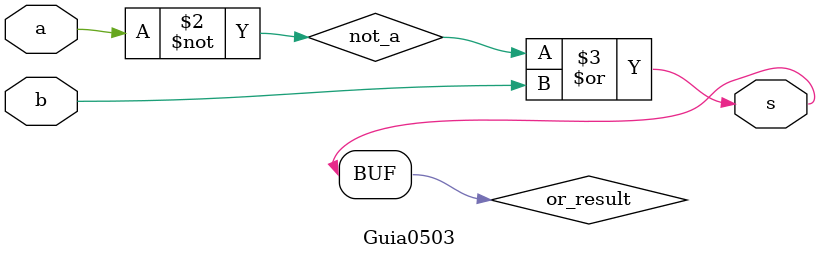
<source format=v>
/*
Projetar e descrever em Verilog, usando apenas portas nativas nor
módulo equivalente à expressão (~a | b).
*/
module Guia0503(input a, 
                input b,
                output s);

    wire not_a;
    wire or_result;

    // ~a
    assign not_a = ~(a | a);

    // (~a & b)
    assign or_result = ~(~(not_a | b));

    // ~(~a)
    assign s = or_result;
endmodule // end Guia0503
</source>
